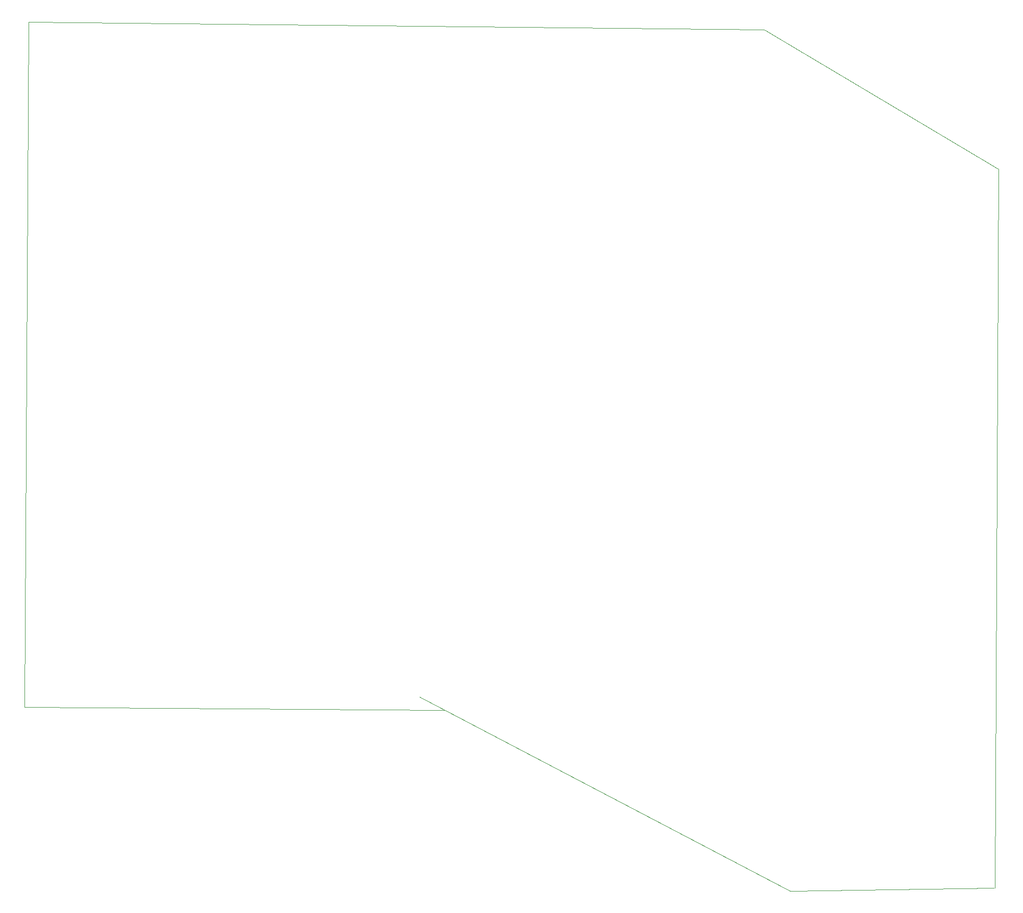
<source format=gm1>
%TF.GenerationSoftware,KiCad,Pcbnew,(6.0.1-0)*%
%TF.CreationDate,2022-02-08T23:28:17+08:00*%
%TF.ProjectId,nut-kb,6e75742d-6b62-42e6-9b69-6361645f7063,rev?*%
%TF.SameCoordinates,Original*%
%TF.FileFunction,Profile,NP*%
%FSLAX46Y46*%
G04 Gerber Fmt 4.6, Leading zero omitted, Abs format (unit mm)*
G04 Created by KiCad (PCBNEW (6.0.1-0)) date 2022-02-08 23:28:17*
%MOMM*%
%LPD*%
G01*
G04 APERTURE LIST*
%TA.AperFunction,Profile*%
%ADD10C,0.100000*%
%TD*%
G04 APERTURE END LIST*
D10*
X170815000Y-150495000D02*
X137033000Y-151003000D01*
X171577000Y-31369000D02*
X170942000Y-150495000D01*
X132715000Y-8255000D02*
X171577000Y-31369000D01*
X10668000Y-6985000D02*
X132715000Y-8255000D01*
X10033000Y-120523000D02*
X10668000Y-6985000D01*
X79756000Y-121031000D02*
X10033000Y-120523000D01*
X137033000Y-151003000D02*
X75565000Y-118872000D01*
M02*

</source>
